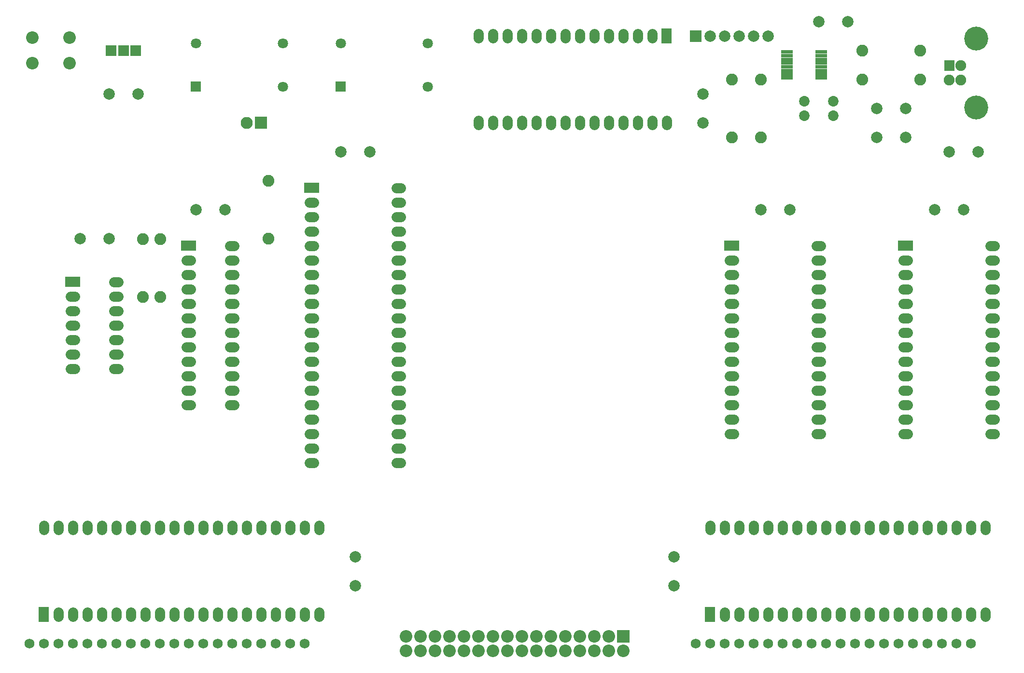
<source format=gts>
G04 Layer: TopSolderMaskLayer*
G04 EasyEDA v6.3.22, 2020-04-29T08:02:14--7:00*
G04 df07cc009cc040c9afc33ab3c66112f2,1d979999f33e43778db822881d36423c,10*
G04 Gerber Generator version 0.2*
G04 Scale: 100 percent, Rotated: No, Reflected: No *
G04 Dimensions in millimeters *
G04 leading zeros omitted , absolute positions ,3 integer and 3 decimal *
%FSLAX33Y33*%
%MOMM*%
G90*
G71D02*

%ADD36C,1.803197*%
%ADD37C,2.082800*%
%ADD39C,1.727200*%
%ADD42C,2.203196*%
%ADD44C,2.103196*%
%ADD46C,2.003196*%
%ADD50C,1.854200*%
%ADD51C,1.903197*%
%ADD52C,4.203192*%

%LPD*%
G54D36*
G01X85090Y99459D02*
G01X85090Y98660D01*
G01X115570Y114699D02*
G01X115570Y113900D01*
G01X87630Y99459D02*
G01X87630Y98660D01*
G01X113030Y114699D02*
G01X113030Y113900D01*
G01X90170Y99459D02*
G01X90170Y98660D01*
G01X110490Y114699D02*
G01X110490Y113900D01*
G01X92710Y99459D02*
G01X92710Y98660D01*
G01X107950Y114699D02*
G01X107950Y113900D01*
G01X95250Y99459D02*
G01X95250Y98660D01*
G01X105410Y114699D02*
G01X105410Y113900D01*
G01X97790Y99459D02*
G01X97790Y98660D01*
G01X102870Y114699D02*
G01X102870Y113900D01*
G01X100330Y99459D02*
G01X100330Y98660D01*
G01X100330Y114699D02*
G01X100330Y113900D01*
G01X102870Y99459D02*
G01X102870Y98660D01*
G01X97790Y114699D02*
G01X97790Y113900D01*
G01X105410Y99459D02*
G01X105410Y98660D01*
G01X95250Y114699D02*
G01X95250Y113900D01*
G01X107950Y99459D02*
G01X107950Y98660D01*
G01X92710Y114699D02*
G01X92710Y113900D01*
G01X110490Y99459D02*
G01X110490Y98660D01*
G01X90170Y114699D02*
G01X90170Y113900D01*
G01X113030Y99459D02*
G01X113030Y98660D01*
G01X87630Y114699D02*
G01X87630Y113900D01*
G01X115570Y99459D02*
G01X115570Y98660D01*
G01X85090Y114699D02*
G01X85090Y113900D01*
G01X118110Y99459D02*
G01X118110Y98660D01*
G01X41510Y49530D02*
G01X42309Y49530D01*
G01X33890Y74930D02*
G01X34689Y74930D01*
G01X41510Y52070D02*
G01X42309Y52070D01*
G01X33890Y72390D02*
G01X34689Y72390D01*
G01X41510Y54610D02*
G01X42309Y54610D01*
G01X33890Y69850D02*
G01X34689Y69850D01*
G01X41510Y57150D02*
G01X42309Y57150D01*
G01X33890Y67310D02*
G01X34689Y67310D01*
G01X41510Y59690D02*
G01X42309Y59690D01*
G01X33890Y64770D02*
G01X34689Y64770D01*
G01X41510Y62230D02*
G01X42309Y62230D01*
G01X33890Y62230D02*
G01X34689Y62230D01*
G01X41510Y64770D02*
G01X42309Y64770D01*
G01X33890Y59690D02*
G01X34689Y59690D01*
G01X41510Y67310D02*
G01X42309Y67310D01*
G01X33890Y57150D02*
G01X34689Y57150D01*
G01X41510Y69850D02*
G01X42309Y69850D01*
G01X33890Y54610D02*
G01X34689Y54610D01*
G01X41510Y72390D02*
G01X42309Y72390D01*
G01X33890Y52070D02*
G01X34689Y52070D01*
G01X41510Y74930D02*
G01X42309Y74930D01*
G01X33890Y49530D02*
G01X34689Y49530D01*
G01X41510Y77470D02*
G01X42309Y77470D01*
G01X21190Y55880D02*
G01X21989Y55880D01*
G01X13570Y68580D02*
G01X14369Y68580D01*
G01X21190Y58420D02*
G01X21989Y58420D01*
G01X13570Y66040D02*
G01X14369Y66040D01*
G01X21190Y60960D02*
G01X21989Y60960D01*
G01X13570Y63500D02*
G01X14369Y63500D01*
G01X21190Y63500D02*
G01X21989Y63500D01*
G01X13570Y60960D02*
G01X14369Y60960D01*
G01X21190Y66040D02*
G01X21989Y66040D01*
G01X13570Y58420D02*
G01X14369Y58420D01*
G01X21190Y68580D02*
G01X21989Y68580D01*
G01X13570Y55880D02*
G01X14369Y55880D01*
G01X21190Y71120D02*
G01X21989Y71120D01*
G01X173990Y27540D02*
G01X173990Y28339D01*
G01X128270Y12300D02*
G01X128270Y13099D01*
G01X171450Y27540D02*
G01X171450Y28339D01*
G01X130810Y12300D02*
G01X130810Y13099D01*
G01X168910Y27540D02*
G01X168910Y28339D01*
G01X133350Y12300D02*
G01X133350Y13099D01*
G01X166370Y27540D02*
G01X166370Y28339D01*
G01X135890Y12300D02*
G01X135890Y13099D01*
G01X163830Y27540D02*
G01X163830Y28339D01*
G01X138430Y12300D02*
G01X138430Y13099D01*
G01X161290Y27540D02*
G01X161290Y28339D01*
G01X140970Y12300D02*
G01X140970Y13099D01*
G01X158750Y27540D02*
G01X158750Y28339D01*
G01X143510Y12300D02*
G01X143510Y13099D01*
G01X156210Y27540D02*
G01X156210Y28339D01*
G01X146050Y12300D02*
G01X146050Y13099D01*
G01X153670Y27540D02*
G01X153670Y28339D01*
G01X148590Y12300D02*
G01X148590Y13099D01*
G01X151130Y27540D02*
G01X151130Y28339D01*
G01X151130Y12300D02*
G01X151130Y13099D01*
G01X148590Y27540D02*
G01X148590Y28339D01*
G01X153670Y12300D02*
G01X153670Y13099D01*
G01X146050Y27540D02*
G01X146050Y28339D01*
G01X156210Y12300D02*
G01X156210Y13099D01*
G01X143510Y27540D02*
G01X143510Y28339D01*
G01X158750Y12300D02*
G01X158750Y13099D01*
G01X140970Y27540D02*
G01X140970Y28339D01*
G01X161290Y12300D02*
G01X161290Y13099D01*
G01X138430Y27540D02*
G01X138430Y28339D01*
G01X163830Y12300D02*
G01X163830Y13099D01*
G01X135890Y27540D02*
G01X135890Y28339D01*
G01X166370Y12300D02*
G01X166370Y13099D01*
G01X133350Y27540D02*
G01X133350Y28339D01*
G01X168910Y12300D02*
G01X168910Y13099D01*
G01X130810Y27540D02*
G01X130810Y28339D01*
G01X171450Y12300D02*
G01X171450Y13099D01*
G01X128270Y27540D02*
G01X128270Y28339D01*
G01X173990Y12300D02*
G01X173990Y13099D01*
G01X125730Y27540D02*
G01X125730Y28339D01*
G01X57150Y27540D02*
G01X57150Y28339D01*
G01X11430Y12300D02*
G01X11430Y13099D01*
G01X54610Y27540D02*
G01X54610Y28339D01*
G01X13970Y12300D02*
G01X13970Y13099D01*
G01X52070Y27540D02*
G01X52070Y28339D01*
G01X16510Y12300D02*
G01X16510Y13099D01*
G01X49530Y27540D02*
G01X49530Y28339D01*
G01X19050Y12300D02*
G01X19050Y13099D01*
G01X46990Y27540D02*
G01X46990Y28339D01*
G01X21590Y12300D02*
G01X21590Y13099D01*
G01X44450Y27540D02*
G01X44450Y28339D01*
G01X24130Y12300D02*
G01X24130Y13099D01*
G01X41910Y27540D02*
G01X41910Y28339D01*
G01X26670Y12300D02*
G01X26670Y13099D01*
G01X39370Y27540D02*
G01X39370Y28339D01*
G01X29210Y12300D02*
G01X29210Y13099D01*
G01X36830Y27540D02*
G01X36830Y28339D01*
G01X31750Y12300D02*
G01X31750Y13099D01*
G01X34290Y27540D02*
G01X34290Y28339D01*
G01X34290Y12300D02*
G01X34290Y13099D01*
G01X31750Y27540D02*
G01X31750Y28339D01*
G01X36830Y12300D02*
G01X36830Y13099D01*
G01X29210Y27540D02*
G01X29210Y28339D01*
G01X39370Y12300D02*
G01X39370Y13099D01*
G01X26670Y27540D02*
G01X26670Y28339D01*
G01X41910Y12300D02*
G01X41910Y13099D01*
G01X24130Y27540D02*
G01X24130Y28339D01*
G01X44450Y12300D02*
G01X44450Y13099D01*
G01X21590Y27540D02*
G01X21590Y28339D01*
G01X46990Y12300D02*
G01X46990Y13099D01*
G01X19050Y27540D02*
G01X19050Y28339D01*
G01X49530Y12300D02*
G01X49530Y13099D01*
G01X16510Y27540D02*
G01X16510Y28339D01*
G01X52070Y12300D02*
G01X52070Y13099D01*
G01X13970Y27540D02*
G01X13970Y28339D01*
G01X54610Y12300D02*
G01X54610Y13099D01*
G01X11430Y27540D02*
G01X11430Y28339D01*
G01X57150Y12300D02*
G01X57150Y13099D01*
G01X8890Y27540D02*
G01X8890Y28339D01*
G01X70720Y39370D02*
G01X71519Y39370D01*
G01X55480Y85090D02*
G01X56279Y85090D01*
G01X70720Y41910D02*
G01X71519Y41910D01*
G01X55480Y82550D02*
G01X56279Y82550D01*
G01X70720Y44450D02*
G01X71519Y44450D01*
G01X55480Y80010D02*
G01X56279Y80010D01*
G01X70720Y46990D02*
G01X71519Y46990D01*
G01X55480Y77470D02*
G01X56279Y77470D01*
G01X70720Y49530D02*
G01X71519Y49530D01*
G01X55480Y74930D02*
G01X56279Y74930D01*
G01X70720Y52070D02*
G01X71519Y52070D01*
G01X55480Y72390D02*
G01X56279Y72390D01*
G01X70720Y54610D02*
G01X71519Y54610D01*
G01X55480Y69850D02*
G01X56279Y69850D01*
G01X70720Y57150D02*
G01X71519Y57150D01*
G01X55480Y67310D02*
G01X56279Y67310D01*
G01X70720Y59690D02*
G01X71519Y59690D01*
G01X55480Y64770D02*
G01X56279Y64770D01*
G01X70720Y62230D02*
G01X71519Y62230D01*
G01X55480Y62230D02*
G01X56279Y62230D01*
G01X70720Y64770D02*
G01X71519Y64770D01*
G01X55480Y59690D02*
G01X56279Y59690D01*
G01X70720Y67310D02*
G01X71519Y67310D01*
G01X55480Y57150D02*
G01X56279Y57150D01*
G01X70720Y69850D02*
G01X71519Y69850D01*
G01X55480Y54610D02*
G01X56279Y54610D01*
G01X70720Y72390D02*
G01X71519Y72390D01*
G01X55480Y52070D02*
G01X56279Y52070D01*
G01X70720Y74930D02*
G01X71519Y74930D01*
G01X55480Y49530D02*
G01X56279Y49530D01*
G01X70720Y77470D02*
G01X71519Y77470D01*
G01X55480Y46990D02*
G01X56279Y46990D01*
G01X70720Y80010D02*
G01X71519Y80010D01*
G01X55480Y44450D02*
G01X56279Y44450D01*
G01X70720Y82550D02*
G01X71519Y82550D01*
G01X55480Y41910D02*
G01X56279Y41910D01*
G01X70720Y85090D02*
G01X71519Y85090D01*
G01X55480Y39370D02*
G01X56279Y39370D01*
G01X70720Y87630D02*
G01X71519Y87630D01*
G01X144380Y44450D02*
G01X145179Y44450D01*
G01X129140Y74930D02*
G01X129939Y74930D01*
G01X144380Y46990D02*
G01X145179Y46990D01*
G01X129140Y72390D02*
G01X129939Y72390D01*
G01X144380Y49530D02*
G01X145179Y49530D01*
G01X129140Y69850D02*
G01X129939Y69850D01*
G01X144380Y52070D02*
G01X145179Y52070D01*
G01X129140Y67310D02*
G01X129939Y67310D01*
G01X144380Y54610D02*
G01X145179Y54610D01*
G01X129140Y64770D02*
G01X129939Y64770D01*
G01X144380Y57150D02*
G01X145179Y57150D01*
G01X129140Y62230D02*
G01X129939Y62230D01*
G01X144380Y59690D02*
G01X145179Y59690D01*
G01X129140Y59690D02*
G01X129939Y59690D01*
G01X144380Y62230D02*
G01X145179Y62230D01*
G01X129140Y57150D02*
G01X129939Y57150D01*
G01X144380Y64770D02*
G01X145179Y64770D01*
G01X129140Y54610D02*
G01X129939Y54610D01*
G01X144380Y67310D02*
G01X145179Y67310D01*
G01X129140Y52070D02*
G01X129939Y52070D01*
G01X144380Y69850D02*
G01X145179Y69850D01*
G01X129140Y49530D02*
G01X129939Y49530D01*
G01X144380Y72390D02*
G01X145179Y72390D01*
G01X129140Y46990D02*
G01X129939Y46990D01*
G01X144380Y74930D02*
G01X145179Y74930D01*
G01X129140Y44450D02*
G01X129939Y44450D01*
G01X144380Y77470D02*
G01X145179Y77470D01*
G01X174860Y44450D02*
G01X175659Y44450D01*
G01X159620Y74930D02*
G01X160419Y74930D01*
G01X174860Y46990D02*
G01X175659Y46990D01*
G01X159620Y72390D02*
G01X160419Y72390D01*
G01X174860Y49530D02*
G01X175659Y49530D01*
G01X159620Y69850D02*
G01X160419Y69850D01*
G01X174860Y52070D02*
G01X175659Y52070D01*
G01X159620Y67310D02*
G01X160419Y67310D01*
G01X174860Y54610D02*
G01X175659Y54610D01*
G01X159620Y64770D02*
G01X160419Y64770D01*
G01X174860Y57150D02*
G01X175659Y57150D01*
G01X159620Y62230D02*
G01X160419Y62230D01*
G01X174860Y59690D02*
G01X175659Y59690D01*
G01X159620Y59690D02*
G01X160419Y59690D01*
G01X174860Y62230D02*
G01X175659Y62230D01*
G01X159620Y57150D02*
G01X160419Y57150D01*
G01X174860Y64770D02*
G01X175659Y64770D01*
G01X159620Y54610D02*
G01X160419Y54610D01*
G01X174860Y67310D02*
G01X175659Y67310D01*
G01X159620Y52070D02*
G01X160419Y52070D01*
G01X174860Y69850D02*
G01X175659Y69850D01*
G01X159620Y49530D02*
G01X160419Y49530D01*
G01X174860Y72390D02*
G01X175659Y72390D01*
G01X159620Y46990D02*
G01X160419Y46990D01*
G01X174860Y74930D02*
G01X175659Y74930D01*
G01X159620Y44450D02*
G01X160419Y44450D01*
G01X174860Y77470D02*
G01X175659Y77470D01*
G54D37*
G01X29337Y68453D03*
G01X29337Y78613D03*
G01X26289Y68453D03*
G01X26289Y78613D03*
G36*
G01X117208Y112999D02*
G01X117208Y115600D01*
G01X119011Y115600D01*
G01X119011Y112999D01*
G01X117208Y112999D01*
G37*
G54D39*
G01X31750Y7620D03*
G01X34290Y7620D03*
G01X36830Y7620D03*
G01X39370Y7620D03*
G01X41910Y7620D03*
G01X44450Y7620D03*
G01X46990Y7620D03*
G01X49530Y7620D03*
G01X52070Y7620D03*
G01X54610Y7620D03*
G01X6350Y7620D03*
G01X8890Y7620D03*
G01X11430Y7620D03*
G01X13970Y7620D03*
G01X16510Y7620D03*
G01X19050Y7620D03*
G01X21590Y7620D03*
G01X24130Y7620D03*
G01X26670Y7620D03*
G01X29210Y7620D03*
G01X123190Y7620D03*
G01X125730Y7620D03*
G01X128270Y7620D03*
G01X130810Y7620D03*
G01X133350Y7620D03*
G01X135890Y7620D03*
G01X138430Y7620D03*
G01X140970Y7620D03*
G01X143510Y7620D03*
G01X146050Y7620D03*
G01X148590Y7620D03*
G01X151130Y7620D03*
G01X153670Y7620D03*
G01X156210Y7620D03*
G01X158750Y7620D03*
G01X161290Y7620D03*
G01X163830Y7620D03*
G01X166370Y7620D03*
G01X168910Y7620D03*
G01X171450Y7620D03*
G36*
G01X32989Y76568D02*
G01X32989Y78371D01*
G01X35590Y78371D01*
G01X35590Y76568D01*
G01X32989Y76568D01*
G37*
G36*
G01X109387Y7787D02*
G01X109387Y9992D01*
G01X111592Y9992D01*
G01X111592Y7787D01*
G01X109387Y7787D01*
G37*
G54D42*
G01X110490Y6350D03*
G01X107950Y8890D03*
G01X107950Y6350D03*
G01X105410Y8890D03*
G01X105410Y6350D03*
G01X102870Y8890D03*
G01X102870Y6350D03*
G01X100330Y8890D03*
G01X100330Y6350D03*
G01X97790Y8890D03*
G01X97790Y6350D03*
G01X95250Y8890D03*
G01X95250Y6350D03*
G01X92710Y8890D03*
G01X92710Y6350D03*
G01X90170Y8890D03*
G01X90170Y6350D03*
G01X87630Y8890D03*
G01X87630Y6350D03*
G01X85090Y8890D03*
G01X85090Y6350D03*
G01X82550Y8890D03*
G01X82550Y6350D03*
G01X80010Y8890D03*
G01X80010Y6350D03*
G01X77470Y8890D03*
G01X77470Y6350D03*
G01X74930Y8890D03*
G01X74930Y6350D03*
G01X72390Y8890D03*
G01X72390Y6350D03*
G36*
G01X12669Y70218D02*
G01X12669Y72021D01*
G01X15270Y72021D01*
G01X15270Y70218D01*
G01X12669Y70218D01*
G37*
G36*
G01X45938Y98008D02*
G01X45938Y100111D01*
G01X48041Y100111D01*
G01X48041Y98008D01*
G01X45938Y98008D01*
G37*
G54D44*
G01X44450Y99060D03*
G36*
G01X124828Y11399D02*
G01X124828Y14000D01*
G01X126631Y14000D01*
G01X126631Y11399D01*
G01X124828Y11399D01*
G37*
G36*
G01X7988Y11399D02*
G01X7988Y14000D01*
G01X9791Y14000D01*
G01X9791Y11399D01*
G01X7988Y11399D01*
G37*
G36*
G01X54579Y86728D02*
G01X54579Y88531D01*
G01X57180Y88531D01*
G01X57180Y86728D01*
G01X54579Y86728D01*
G37*
G36*
G01X19761Y110820D02*
G01X19761Y112699D01*
G01X21640Y112699D01*
G01X21640Y110820D01*
G01X19761Y110820D01*
G37*
G36*
G01X21920Y110820D02*
G01X21920Y112699D01*
G01X23799Y112699D01*
G01X23799Y110820D01*
G01X21920Y110820D01*
G37*
G36*
G01X24079Y110820D02*
G01X24079Y112699D01*
G01X25958Y112699D01*
G01X25958Y110820D01*
G01X24079Y110820D01*
G37*
G54D37*
G01X152400Y106680D03*
G01X162560Y106680D03*
G01X134620Y106680D03*
G01X134620Y96520D03*
G01X152400Y111760D03*
G01X162560Y111760D03*
G01X48260Y78740D03*
G01X48260Y88900D03*
G01X129540Y106680D03*
G01X129540Y96520D03*
G54D46*
G01X135890Y114300D03*
G01X133350Y114300D03*
G01X130810Y114300D03*
G01X128270Y114300D03*
G01X125730Y114300D03*
G36*
G01X122189Y113299D02*
G01X122189Y115300D01*
G01X124190Y115300D01*
G01X124190Y113299D01*
G01X122189Y113299D01*
G37*
G01X172720Y93980D03*
G01X167640Y93980D03*
G36*
G01X144236Y111191D02*
G01X144236Y111800D01*
G01X146243Y111800D01*
G01X146243Y111191D01*
G01X144236Y111191D01*
G37*
G36*
G01X144236Y110540D02*
G01X144236Y111150D01*
G01X146243Y111150D01*
G01X146243Y110540D01*
G01X144236Y110540D01*
G37*
G36*
G01X144236Y109890D02*
G01X144236Y110500D01*
G01X146243Y110500D01*
G01X146243Y109890D01*
G01X144236Y109890D01*
G37*
G36*
G01X144236Y109240D02*
G01X144236Y109849D01*
G01X146243Y109849D01*
G01X146243Y109240D01*
G01X144236Y109240D01*
G37*
G36*
G01X144236Y108590D02*
G01X144236Y109199D01*
G01X146243Y109199D01*
G01X146243Y108590D01*
G01X144236Y108590D01*
G37*
G36*
G01X144236Y107939D02*
G01X144236Y108549D01*
G01X146243Y108549D01*
G01X146243Y107939D01*
G01X144236Y107939D01*
G37*
G36*
G01X144236Y107289D02*
G01X144236Y107899D01*
G01X146243Y107899D01*
G01X146243Y107289D01*
G01X144236Y107289D01*
G37*
G36*
G01X144236Y106639D02*
G01X144236Y107248D01*
G01X146243Y107248D01*
G01X146243Y106639D01*
G01X144236Y106639D01*
G37*
G36*
G01X138236Y106639D02*
G01X138236Y107248D01*
G01X140243Y107248D01*
G01X140243Y106639D01*
G01X138236Y106639D01*
G37*
G36*
G01X138236Y107289D02*
G01X138236Y107899D01*
G01X140243Y107899D01*
G01X140243Y107289D01*
G01X138236Y107289D01*
G37*
G36*
G01X138236Y107939D02*
G01X138236Y108549D01*
G01X140243Y108549D01*
G01X140243Y107939D01*
G01X138236Y107939D01*
G37*
G36*
G01X138236Y108590D02*
G01X138236Y109199D01*
G01X140243Y109199D01*
G01X140243Y108590D01*
G01X138236Y108590D01*
G37*
G36*
G01X138236Y109240D02*
G01X138236Y109849D01*
G01X140243Y109849D01*
G01X140243Y109240D01*
G01X138236Y109240D01*
G37*
G36*
G01X138236Y109890D02*
G01X138236Y110500D01*
G01X140243Y110500D01*
G01X140243Y109890D01*
G01X138236Y109890D01*
G37*
G36*
G01X138236Y110540D02*
G01X138236Y111150D01*
G01X140243Y111150D01*
G01X140243Y110540D01*
G01X138236Y110540D01*
G37*
G36*
G01X138236Y111191D02*
G01X138236Y111800D01*
G01X140243Y111800D01*
G01X140243Y111191D01*
G01X138236Y111191D01*
G37*
G36*
G01X60058Y104508D02*
G01X60058Y106311D01*
G01X61861Y106311D01*
G01X61861Y104508D01*
G01X60058Y104508D01*
G37*
G54D36*
G01X60960Y113030D03*
G01X76200Y113030D03*
G01X76200Y105410D03*
G36*
G01X34658Y104508D02*
G01X34658Y106311D01*
G01X36461Y106311D01*
G01X36461Y104508D01*
G01X34658Y104508D01*
G37*
G01X35560Y113030D03*
G01X50800Y113030D03*
G01X50800Y105410D03*
G54D50*
G01X147320Y100330D03*
G01X147320Y102870D03*
G01X142240Y100330D03*
G01X142240Y102870D03*
G54D46*
G01X149860Y116840D03*
G01X144780Y116840D03*
G01X63500Y17780D03*
G01X63500Y22860D03*
G01X124460Y99060D03*
G01X124460Y104140D03*
G01X160020Y101600D03*
G01X160020Y96520D03*
G01X154940Y101600D03*
G01X154940Y96520D03*
G01X25400Y104140D03*
G01X20320Y104140D03*
G01X20320Y78740D03*
G01X15240Y78740D03*
G01X40640Y83820D03*
G01X35560Y83820D03*
G01X139700Y83820D03*
G01X134620Y83820D03*
G01X170180Y83820D03*
G01X165100Y83820D03*
G01X66040Y93980D03*
G01X60960Y93980D03*
G01X119380Y17780D03*
G01X119380Y22860D03*
G36*
G01X128239Y76568D02*
G01X128239Y78371D01*
G01X130840Y78371D01*
G01X130840Y76568D01*
G01X128239Y76568D01*
G37*
G54D51*
G01X169679Y106580D03*
G01X167688Y106580D03*
G36*
G01X166786Y108219D02*
G01X166786Y110022D01*
G01X168589Y110022D01*
G01X168589Y108219D01*
G01X166786Y108219D01*
G37*
G01X169679Y109120D03*
G54D52*
G01X172379Y113880D03*
G01X172379Y101780D03*
G54D42*
G01X6910Y109510D03*
G01X13409Y109510D03*
G01X13409Y114009D03*
G01X6910Y114009D03*
G36*
G01X158719Y76568D02*
G01X158719Y78371D01*
G01X161320Y78371D01*
G01X161320Y76568D01*
G01X158719Y76568D01*
G37*
M00*
M02*

</source>
